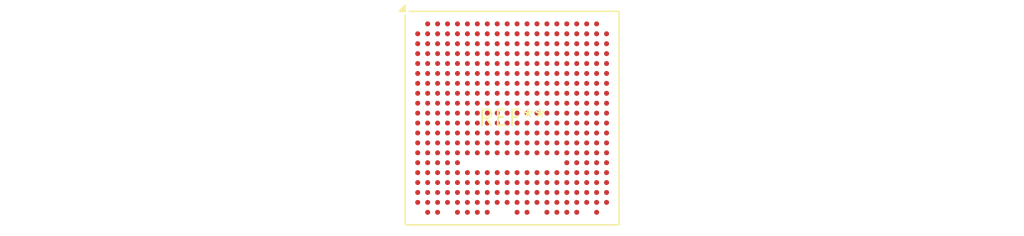
<source format=kicad_pcb>
(kicad_pcb (version 20240108) (generator pcbnew)
  (layers (0 "F.Cu" signal) (31 "B.Cu" signal) (34 "B.Paste" user) (35 "F.Paste" user) (36 "B.SilkS" user "B.Silkscreen") (37 "F.SilkS" user "F.Silkscreen") (38 "B.Mask" user) (39 "F.Mask" user) (44 "Edge.Cuts" user))
  (net 0 "")
  (footprint "Lattice_caBGA-381_17.0x17.0mm_Layout20x20_P0.8mm_Ball0.4mm_Pad0.4mm_NSMD" (layer "F.Cu") (at 0 0)
    (property "Reference" "REF**")
    (property "Value" "Lattice_caBGA-381_17.0x17.0mm_Layout20x20_P0.8mm_Ball0.4mm_Pad0.4mm_NSMD")
    (fp_line (start -8.61 8.61) (end -8.61 -8.29) (layer "F.SilkS") (stroke (width 0.12)))
    (fp_line (start 8.61 -8.61) (end -8.29 -8.61) (layer "F.SilkS") (stroke (width 0.12)))
    (fp_line (start 8.61 -8.61) (end 8.61 8.61) (layer "F.SilkS") (stroke (width 0.12)))
    (fp_line (start 8.61 8.61) (end -8.61 8.61) (layer "F.SilkS") (stroke (width 0.12)))
    (fp_poly (pts (xy -8.61 -8.61) (xy -9.11 -8.61) (xy -8.61 -9.11) (xy -8.61 -8.61)) (layer "F.SilkS") (stroke (width 0.12)) (fill solid))
    (pad "A2" smd circle (at -6.8 -7.6) (size 0.4 0.4) (property pad_prop_bga) (layers "F.Cu" "F.Paste" "F.Mask"))
    (pad "A3" smd circle (at -6 -7.6) (size 0.4 0.4) (property pad_prop_bga) (layers "F.Cu" "F.Paste" "F.Mask"))
    (pad "A4" smd circle (at -5.2 -7.6) (size 0.4 0.4) (property pad_prop_bga) (layers "F.Cu" "F.Paste" "F.Mask"))
    (pad "A5" smd circle (at -4.4 -7.6) (size 0.4 0.4) (property pad_prop_bga) (layers "F.Cu" "F.Paste" "F.Mask"))
    (pad "A6" smd circle (at -3.6 -7.6) (size 0.4 0.4) (property pad_prop_bga) (layers "F.Cu" "F.Paste" "F.Mask"))
    (pad "A7" smd circle (at -2.8 -7.6) (size 0.4 0.4) (property pad_prop_bga) (layers "F.Cu" "F.Paste" "F.Mask"))
    (pad "A8" smd circle (at -2 -7.6) (size 0.4 0.4) (property pad_prop_bga) (layers "F.Cu" "F.Paste" "F.Mask"))
    (pad "A9" smd circle (at -1.2 -7.6) (size 0.4 0.4) (property pad_prop_bga) (layers "F.Cu" "F.Paste" "F.Mask"))
    (pad "A10" smd circle (at -0.4 -7.6) (size 0.4 0.4) (property pad_prop_bga) (layers "F.Cu" "F.Paste" "F.Mask"))
    (pad "A11" smd circle (at 0.4 -7.6) (size 0.4 0.4) (property pad_prop_bga) (layers "F.Cu" "F.Paste" "F.Mask"))
    (pad "A12" smd circle (at 1.2 -7.6) (size 0.4 0.4) (property pad_prop_bga) (layers "F.Cu" "F.Paste" "F.Mask"))
    (pad "A13" smd circle (at 2 -7.6) (size 0.4 0.4) (property pad_prop_bga) (layers "F.Cu" "F.Paste" "F.Mask"))
    (pad "A14" smd circle (at 2.8 -7.6) (size 0.4 0.4) (property pad_prop_bga) (layers "F.Cu" "F.Paste" "F.Mask"))
    (pad "A15" smd circle (at 3.6 -7.6) (size 0.4 0.4) (property pad_prop_bga) (layers "F.Cu" "F.Paste" "F.Mask"))
    (pad "A16" smd circle (at 4.4 -7.6) (size 0.4 0.4) (property pad_prop_bga) (layers "F.Cu" "F.Paste" "F.Mask"))
    (pad "A17" smd circle (at 5.2 -7.6) (size 0.4 0.4) (property pad_prop_bga) (layers "F.Cu" "F.Paste" "F.Mask"))
    (pad "A18" smd circle (at 6 -7.6) (size 0.4 0.4) (property pad_prop_bga) (layers "F.Cu" "F.Paste" "F.Mask"))
    (pad "A19" smd circle (at 6.8 -7.6) (size 0.4 0.4) (property pad_prop_bga) (layers "F.Cu" "F.Paste" "F.Mask"))
    (pad "B1" smd circle (at -7.6 -6.8) (size 0.4 0.4) (property pad_prop_bga) (layers "F.Cu" "F.Paste" "F.Mask"))
    (pad "B2" smd circle (at -6.8 -6.8) (size 0.4 0.4) (property pad_prop_bga) (layers "F.Cu" "F.Paste" "F.Mask"))
    (pad "B3" smd circle (at -6 -6.8) (size 0.4 0.4) (property pad_prop_bga) (layers "F.Cu" "F.Paste" "F.Mask"))
    (pad "B4" smd circle (at -5.2 -6.8) (size 0.4 0.4) (property pad_prop_bga) (layers "F.Cu" "F.Paste" "F.Mask"))
    (pad "B5" smd circle (at -4.4 -6.8) (size 0.4 0.4) (property pad_prop_bga) (layers "F.Cu" "F.Paste" "F.Mask"))
    (pad "B6" smd circle (at -3.6 -6.8) (size 0.4 0.4) (property pad_prop_bga) (layers "F.Cu" "F.Paste" "F.Mask"))
    (pad "B7" smd circle (at -2.8 -6.8) (size 0.4 0.4) (property pad_prop_bga) (layers "F.Cu" "F.Paste" "F.Mask"))
    (pad "B8" smd circle (at -2 -6.8) (size 0.4 0.4) (property pad_prop_bga) (layers "F.Cu" "F.Paste" "F.Mask"))
    (pad "B9" smd circle (at -1.2 -6.8) (size 0.4 0.4) (property pad_prop_bga) (layers "F.Cu" "F.Paste" "F.Mask"))
    (pad "B10" smd circle (at -0.4 -6.8) (size 0.4 0.4) (property pad_prop_bga) (layers "F.Cu" "F.Paste" "F.Mask"))
    (pad "B11" smd circle (at 0.4 -6.8) (size 0.4 0.4) (property pad_prop_bga) (layers "F.Cu" "F.Paste" "F.Mask"))
    (pad "B12" smd circle (at 1.2 -6.8) (size 0.4 0.4) (property pad_prop_bga) (layers "F.Cu" "F.Paste" "F.Mask"))
    (pad "B13" smd circle (at 2 -6.8) (size 0.4 0.4) (property pad_prop_bga) (layers "F.Cu" "F.Paste" "F.Mask"))
    (pad "B14" smd circle (at 2.8 -6.8) (size 0.4 0.4) (property pad_prop_bga) (layers "F.Cu" "F.Paste" "F.Mask"))
    (pad "B15" smd circle (at 3.6 -6.8) (size 0.4 0.4) (property pad_prop_bga) (layers "F.Cu" "F.Paste" "F.Mask"))
    (pad "B16" smd circle (at 4.4 -6.8) (size 0.4 0.4) (property pad_prop_bga) (layers "F.Cu" "F.Paste" "F.Mask"))
    (pad "B17" smd circle (at 5.2 -6.8) (size 0.4 0.4) (property pad_prop_bga) (layers "F.Cu" "F.Paste" "F.Mask"))
    (pad "B18" smd circle (at 6 -6.8) (size 0.4 0.4) (property pad_prop_bga) (layers "F.Cu" "F.Paste" "F.Mask"))
    (pad "B19" smd circle (at 6.8 -6.8) (size 0.4 0.4) (property pad_prop_bga) (layers "F.Cu" "F.Paste" "F.Mask"))
    (pad "B20" smd circle (at 7.6 -6.8) (size 0.4 0.4) (property pad_prop_bga) (layers "F.Cu" "F.Paste" "F.Mask"))
    (pad "C1" smd circle (at -7.6 -6) (size 0.4 0.4) (property pad_prop_bga) (layers "F.Cu" "F.Paste" "F.Mask"))
    (pad "C2" smd circle (at -6.8 -6) (size 0.4 0.4) (property pad_prop_bga) (layers "F.Cu" "F.Paste" "F.Mask"))
    (pad "C3" smd circle (at -6 -6) (size 0.4 0.4) (property pad_prop_bga) (layers "F.Cu" "F.Paste" "F.Mask"))
    (pad "C4" smd circle (at -5.2 -6) (size 0.4 0.4) (property pad_prop_bga) (layers "F.Cu" "F.Paste" "F.Mask"))
    (pad "C5" smd circle (at -4.4 -6) (size 0.4 0.4) (property pad_prop_bga) (layers "F.Cu" "F.Paste" "F.Mask"))
    (pad "C6" smd circle (at -3.6 -6) (size 0.4 0.4) (property pad_prop_bga) (layers "F.Cu" "F.Paste" "F.Mask"))
    (pad "C7" smd circle (at -2.8 -6) (size 0.4 0.4) (property pad_prop_bga) (layers "F.Cu" "F.Paste" "F.Mask"))
    (pad "C8" smd circle (at -2 -6) (size 0.4 0.4) (property pad_prop_bga) (layers "F.Cu" "F.Paste" "F.Mask"))
    (pad "C9" smd circle (at -1.2 -6) (size 0.4 0.4) (property pad_prop_bga) (layers "F.Cu" "F.Paste" "F.Mask"))
    (pad "C10" smd circle (at -0.4 -6) (size 0.4 0.4) (property pad_prop_bga) (layers "F.Cu" "F.Paste" "F.Mask"))
    (pad "C11" smd circle (at 0.4 -6) (size 0.4 0.4) (property pad_prop_bga) (layers "F.Cu" "F.Paste" "F.Mask"))
    (pad "C12" smd circle (at 1.2 -6) (size 0.4 0.4) (property pad_prop_bga) (layers "F.Cu" "F.Paste" "F.Mask"))
    (pad "C13" smd circle (at 2 -6) (size 0.4 0.4) (property pad_prop_bga) (layers "F.Cu" "F.Paste" "F.Mask"))
    (pad "C14" smd circle (at 2.8 -6) (size 0.4 0.4) (property pad_prop_bga) (layers "F.Cu" "F.Paste" "F.Mask"))
    (pad "C15" smd circle (at 3.6 -6) (size 0.4 0.4) (property pad_prop_bga) (layers "F.Cu" "F.Paste" "F.Mask"))
    (pad "C16" smd circle (at 4.4 -6) (size 0.4 0.4) (property pad_prop_bga) (layers "F.Cu" "F.Paste" "F.Mask"))
    (pad "C17" smd circle (at 5.2 -6) (size 0.4 0.4) (property pad_prop_bga) (layers "F.Cu" "F.Paste" "F.Mask"))
    (pad "C18" smd circle (at 6 -6) (size 0.4 0.4) (property pad_prop_bga) (layers "F.Cu" "F.Paste" "F.Mask"))
    (pad "C19" smd circle (at 6.8 -6) (size 0.4 0.4) (property pad_prop_bga) (layers "F.Cu" "F.Paste" "F.Mask"))
    (pad "C20" smd circle (at 7.6 -6) (size 0.4 0.4) (property pad_prop_bga) (layers "F.Cu" "F.Paste" "F.Mask"))
    (pad "D1" smd circle (at -7.6 -5.2) (size 0.4 0.4) (property pad_prop_bga) (layers "F.Cu" "F.Paste" "F.Mask"))
    (pad "D2" smd circle (at -6.8 -5.2) (size 0.4 0.4) (property pad_prop_bga) (layers "F.Cu" "F.Paste" "F.Mask"))
    (pad "D3" smd circle (at -6 -5.2) (size 0.4 0.4) (property pad_prop_bga) (layers "F.Cu" "F.Paste" "F.Mask"))
    (pad "D4" smd circle (at -5.2 -5.2) (size 0.4 0.4) (property pad_prop_bga) (layers "F.Cu" "F.Paste" "F.Mask"))
    (pad "D5" smd circle (at -4.4 -5.2) (size 0.4 0.4) (property pad_prop_bga) (layers "F.Cu" "F.Paste" "F.Mask"))
    (pad "D6" smd circle (at -3.6 -5.2) (size 0.4 0.4) (property pad_prop_bga) (layers "F.Cu" "F.Paste" "F.Mask"))
    (pad "D7" smd circle (at -2.8 -5.2) (size 0.4 0.4) (property pad_prop_bga) (layers "F.Cu" "F.Paste" "F.Mask"))
    (pad "D8" smd circle (at -2 -5.2) (size 0.4 0.4) (property pad_prop_bga) (layers "F.Cu" "F.Paste" "F.Mask"))
    (pad "D9" smd circle (at -1.2 -5.2) (size 0.4 0.4) (property pad_prop_bga) (layers "F.Cu" "F.Paste" "F.Mask"))
    (pad "D10" smd circle (at -0.4 -5.2) (size 0.4 0.4) (property pad_prop_bga) (layers "F.Cu" "F.Paste" "F.Mask"))
    (pad "D11" smd circle (at 0.4 -5.2) (size 0.4 0.4) (property pad_prop_bga) (layers "F.Cu" "F.Paste" "F.Mask"))
    (pad "D12" smd circle (at 1.2 -5.2) (size 0.4 0.4) (property pad_prop_bga) (layers "F.Cu" "F.Paste" "F.Mask"))
    (pad "D13" smd circle (at 2 -5.2) (size 0.4 0.4) (property pad_prop_bga) (layers "F.Cu" "F.Paste" "F.Mask"))
    (pad "D14" smd circle (at 2.8 -5.2) (size 0.4 0.4) (property pad_prop_bga) (layers "F.Cu" "F.Paste" "F.Mask"))
    (pad "D15" smd circle (at 3.6 -5.2) (size 0.4 0.4) (property pad_prop_bga) (layers "F.Cu" "F.Paste" "F.Mask"))
    (pad "D16" smd circle (at 4.4 -5.2) (size 0.4 0.4) (property pad_prop_bga) (layers "F.Cu" "F.Paste" "F.Mask"))
    (pad "D17" smd circle (at 5.2 -5.2) (size 0.4 0.4) (property pad_prop_bga) (layers "F.Cu" "F.Paste" "F.Mask"))
    (pad "D18" smd circle (at 6 -5.2) (size 0.4 0.4) (property pad_prop_bga) (layers "F.Cu" "F.Paste" "F.Mask"))
    (pad "D19" smd circle (at 6.8 -5.2) (size 0.4 0.4) (property pad_prop_bga) (layers "F.Cu" "F.Paste" "F.Mask"))
    (pad "D20" smd circle (at 7.6 -5.2) (size 0.4 0.4) (property pad_prop_bga) (layers "F.Cu" "F.Paste" "F.Mask"))
    (pad "E1" smd circle (at -7.6 -4.4) (size 0.4 0.4) (property pad_prop_bga) (layers "F.Cu" "F.Paste" "F.Mask"))
    (pad "E2" smd circle (at -6.8 -4.4) (size 0.4 0.4) (property pad_prop_bga) (layers "F.Cu" "F.Paste" "F.Mask"))
    (pad "E3" smd circle (at -6 -4.4) (size 0.4 0.4) (property pad_prop_bga) (layers "F.Cu" "F.Paste" "F.Mask"))
    (pad "E4" smd circle (at -5.2 -4.4) (size 0.4 0.4) (property pad_prop_bga) (layers "F.Cu" "F.Paste" "F.Mask"))
    (pad "E5" smd circle (at -4.4 -4.4) (size 0.4 0.4) (property pad_prop_bga) (layers "F.Cu" "F.Paste" "F.Mask"))
    (pad "E6" smd circle (at -3.6 -4.4) (size 0.4 0.4) (property pad_prop_bga) (layers "F.Cu" "F.Paste" "F.Mask"))
    (pad "E7" smd circle (at -2.8 -4.4) (size 0.4 0.4) (property pad_prop_bga) (layers "F.Cu" "F.Paste" "F.Mask"))
    (pad "E8" smd circle (at -2 -4.4) (size 0.4 0.4) (property pad_prop_bga) (layers "F.Cu" "F.Paste" "F.Mask"))
    (pad "E9" smd circle (at -1.2 -4.4) (size 0.4 0.4) (property pad_prop_bga) (layers "F.Cu" "F.Paste" "F.Mask"))
    (pad "E10" smd circle (at -0.4 -4.4) (size 0.4 0.4) (property pad_prop_bga) (layers "F.Cu" "F.Paste" "F.Mask"))
    (pad "E11" smd circle (at 0.4 -4.4) (size 0.4 0.4) (property pad_prop_bga) (layers "F.Cu" "F.Paste" "F.Mask"))
    (pad "E12" smd circle (at 1.2 -4.4) (size 0.4 0.4) (property pad_prop_bga) (layers "F.Cu" "F.Paste" "F.Mask"))
    (pad "E13" smd circle (at 2 -4.4) (size 0.4 0.4) (property pad_prop_bga) (layers "F.Cu" "F.Paste" "F.Mask"))
    (pad "E14" smd circle (at 2.8 -4.4) (size 0.4 0.4) (property pad_prop_bga) (layers "F.Cu" "F.Paste" "F.Mask"))
    (pad "E15" smd circle (at 3.6 -4.4) (size 0.4 0.4) (property pad_prop_bga) (layers "F.Cu" "F.Paste" "F.Mask"))
    (pad "E16" smd circle (at 4.4 -4.4) (size 0.4 0.4) (property pad_prop_bga) (layers "F.Cu" "F.Paste" "F.Mask"))
    (pad "E17" smd circle (at 5.2 -4.4) (size 0.4 0.4) (property pad_prop_bga) (layers "F.Cu" "F.Paste" "F.Mask"))
    (pad "E18" smd circle (at 6 -4.4) (size 0.4 0.4) (property pad_prop_bga) (layers "F.Cu" "F.Paste" "F.Mask"))
    (pad "E19" smd circle (at 6.8 -4.4) (size 0.4 0.4) (property pad_prop_bga) (layers "F.Cu" "F.Paste" "F.Mask"))
    (pad "E20" smd circle (at 7.6 -4.4) (size 0.4 0.4) (property pad_prop_bga) (layers "F.Cu" "F.Paste" "F.Mask"))
    (pad "F1" smd circle (at -7.6 -3.6) (size 0.4 0.4) (property pad_prop_bga) (layers "F.Cu" "F.Paste" "F.Mask"))
    (pad "F2" smd circle (at -6.8 -3.6) (size 0.4 0.4) (property pad_prop_bga) (layers "F.Cu" "F.Paste" "F.Mask"))
    (pad "F3" smd circle (at -6 -3.6) (size 0.4 0.4) (property pad_prop_bga) (layers "F.Cu" "F.Paste" "F.Mask"))
    (pad "F4" smd circle (at -5.2 -3.6) (size 0.4 0.4) (property pad_prop_bga) (layers "F.Cu" "F.Paste" "F.Mask"))
    (pad "F5" smd circle (at -4.4 -3.6) (size 0.4 0.4) (property pad_prop_bga) (layers "F.Cu" "F.Paste" "F.Mask"))
    (pad "F6" smd circle (at -3.6 -3.6) (size 0.4 0.4) (property pad_prop_bga) (layers "F.Cu" "F.Paste" "F.Mask"))
    (pad "F7" smd circle (at -2.8 -3.6) (size 0.4 0.4) (property pad_prop_bga) (layers "F.Cu" "F.Paste" "F.Mask"))
    (pad "F8" smd circle (at -2 -3.6) (size 0.4 0.4) (property pad_prop_bga) (layers "F.Cu" "F.Paste" "F.Mask"))
    (pad "F9" smd circle (at -1.2 -3.6) (size 0.4 0.4) (property pad_prop_bga) (layers "F.Cu" "F.Paste" "F.Mask"))
    (pad "F10" smd circle (at -0.4 -3.6) (size 0.4 0.4) (property pad_prop_bga) (layers "F.Cu" "F.Paste" "F.Mask"))
    (pad "F11" smd circle (at 0.4 -3.6) (size 0.4 0.4) (property pad_prop_bga) (layers "F.Cu" "F.Paste" "F.Mask"))
    (pad "F12" smd circle (at 1.2 -3.6) (size 0.4 0.4) (property pad_prop_bga) (layers "F.Cu" "F.Paste" "F.Mask"))
    (pad "F13" smd circle (at 2 -3.6) (size 0.4 0.4) (property pad_prop_bga) (layers "F.Cu" "F.Paste" "F.Mask"))
    (pad "F14" smd circle (at 2.8 -3.6) (size 0.4 0.4) (property pad_prop_bga) (layers "F.Cu" "F.Paste" "F.Mask"))
    (pad "F15" smd circle (at 3.6 -3.6) (size 0.4 0.4) (property pad_prop_bga) (layers "F.Cu" "F.Paste" "F.Mask"))
    (pad "F16" smd circle (at 4.4 -3.6) (size 0.4 0.4) (property pad_prop_bga) (layers "F.Cu" "F.Paste" "F.Mask"))
    (pad "F17" smd circle (at 5.2 -3.6) (size 0.4 0.4) (property pad_prop_bga) (layers "F.Cu" "F.Paste" "F.Mask"))
    (pad "F18" smd circle (at 6 -3.6) (size 0.4 0.4) (property pad_prop_bga) (layers "F.Cu" "F.Paste" "F.Mask"))
    (pad "F19" smd circle (at 6.8 -3.6) (size 0.4 0.4) (property pad_prop_bga) (layers "F.Cu" "F.Paste" "F.Mask"))
    (pad "F20" smd circle (at 7.6 -3.6) (size 0.4 0.4) (property pad_prop_bga) (layers "F.Cu" "F.Paste" "F.Mask"))
    (pad "G1" smd circle (at -7.6 -2.8) (size 0.4 0.4) (property pad_prop_bga) (layers "F.Cu" "F.Paste" "F.Mask"))
    (pad "G2" smd circle (at -6.8 -2.8) (size 0.4 0.4) (property pad_prop_bga) (layers "F.Cu" "F.Paste" "F.Mask"))
    (pad "G3" smd circle (at -6 -2.8) (size 0.4 0.4) (property pad_prop_bga) (layers "F.Cu" "F.Paste" "F.Mask"))
    (pad "G4" smd circle (at -5.2 -2.8) (size 0.4 0.4) (property pad_prop_bga) (layers "F.Cu" "F.Paste" "F.Mask"))
    (pad "G5" smd circle (at -4.4 -2.8) (size 0.4 0.4) (property pad_prop_bga) (layers "F.Cu" "F.Paste" "F.Mask"))
    (pad "G6" smd circle (at -3.6 -2.8) (size 0.4 0.4) (property pad_prop_bga) (layers "F.Cu" "F.Paste" "F.Mask"))
    (pad "G7" smd circle (at -2.8 -2.8) (size 0.4 0.4) (property pad_prop_bga) (layers "F.Cu" "F.Paste" "F.Mask"))
    (pad "G8" smd circle (at -2 -2.8) (size 0.4 0.4) (property pad_prop_bga) (layers "F.Cu" "F.Paste" "F.Mask"))
    (pad "G9" smd circle (at -1.2 -2.8) (size 0.4 0.4) (property pad_prop_bga) (layers "F.Cu" "F.Paste" "F.Mask"))
    (pad "G10" smd circle (at -0.4 -2.8) (size 0.4 0.4) (property pad_prop_bga) (layers "F.Cu" "F.Paste" "F.Mask"))
    (pad "G11" smd circle (at 0.4 -2.8) (size 0.4 0.4) (property pad_prop_bga) (layers "F.Cu" "F.Paste" "F.Mask"))
    (pad "G12" smd circle (at 1.2 -2.8) (size 0.4 0.4) (property pad_prop_bga) (layers "F.Cu" "F.Paste" "F.Mask"))
    (pad "G13" smd circle (at 2 -2.8) (size 0.4 0.4) (property pad_prop_bga) (layers "F.Cu" "F.Paste" "F.Mask"))
    (pad "G14" smd circle (at 2.8 -2.8) (size 0.4 0.4) (property pad_prop_bga) (layers "F.Cu" "F.Paste" "F.Mask"))
    (pad "G15" smd circle (at 3.6 -2.8) (size 0.4 0.4) (property pad_prop_bga) (layers "F.Cu" "F.Paste" "F.Mask"))
    (pad "G16" smd circle (at 4.4 -2.8) (size 0.4 0.4) (property pad_prop_bga) (layers "F.Cu" "F.Paste" "F.Mask"))
    (pad "G17" smd circle (at 5.2 -2.8) (size 0.4 0.4) (property pad_prop_bga) (layers "F.Cu" "F.Paste" "F.Mask"))
    (pad "G18" smd circle (at 6 -2.8) (size 0.4 0.4) (property pad_prop_bga) (layers "F.Cu" "F.Paste" "F.Mask"))
    (pad "G19" smd circle (at 6.8 -2.8) (size 0.4 0.4) (property pad_prop_bga) (layers "F.Cu" "F.Paste" "F.Mask"))
    (pad "G20" smd circle (at 7.6 -2.8) (size 0.4 0.4) (property pad_prop_bga) (layers "F.Cu" "F.Paste" "F.Mask"))
    (pad "H1" smd circle (at -7.6 -2) (size 0.4 0.4) (property pad_prop_bga) (layers "F.Cu" "F.Paste" "F.Mask"))
    (pad "H2" smd circle (at -6.8 -2) (size 0.4 0.4) (property pad_prop_bga) (layers "F.Cu" "F.Paste" "F.Mask"))
    (pad "H3" smd circle (at -6 -2) (size 0.4 0.4) (property pad_prop_bga) (layers "F.Cu" "F.Paste" "F.Mask"))
    (pad "H4" smd circle (at -5.2 -2) (size 0.4 0.4) (property pad_prop_bga) (layers "F.Cu" "F.Paste" "F.Mask"))
    (pad "H5" smd circle (at -4.4 -2) (size 0.4 0.4) (property pad_prop_bga) (layers "F.Cu" "F.Paste" "F.Mask"))
    (pad "H6" smd circle (at -3.6 -2) (size 0.4 0.4) (property pad_prop_bga) (layers "F.Cu" "F.Paste" "F.Mask"))
    (pad "H7" smd circle (at -2.8 -2) (size 0.4 0.4) (property pad_prop_bga) (layers "F.Cu" "F.Paste" "F.Mask"))
    (pad "H8" smd circle (at -2 -2) (size 0.4 0.4) (property pad_prop_bga) (layers "F.Cu" "F.Paste" "F.Mask"))
    (pad "H9" smd circle (at -1.2 -2) (size 0.4 0.4) (property pad_prop_bga) (layers "F.Cu" "F.Paste" "F.Mask"))
    (pad "H10" smd circle (at -0.4 -2) (size 0.4 0.4) (property pad_prop_bga) (layers "F.Cu" "F.Paste" "F.Mask"))
    (pad "H11" smd circle (at 0.4 -2) (size 0.4 0.4) (property pad_prop_bga) (layers "F.Cu" "F.Paste" "F.Mask"))
    (pad "H12" smd circle (at 1.2 -2) (size 0.4 0.4) (property pad_prop_bga) (layers "F.Cu" "F.Paste" "F.Mask"))
    (pad "H13" smd circle (at 2 -2) (size 0.4 0.4) (property pad_prop_bga) (layers "F.Cu" "F.Paste" "F.Mask"))
    (pad "H14" smd circle (at 2.8 -2) (size 0.4 0.4) (property pad_prop_bga) (layers "F.Cu" "F.Paste" "F.Mask"))
    (pad "H15" smd circle (at 3.6 -2) (size 0.4 0.4) (property pad_prop_bga) (layers "F.Cu" "F.Paste" "F.Mask"))
    (pad "H16" smd circle (at 4.4 -2) (size 0.4 0.4) (property pad_prop_bga) (layers "F.Cu" "F.Paste" "F.Mask"))
    (pad "H17" smd circle (at 5.2 -2) (size 0.4 0.4) (property pad_prop_bga) (layers "F.Cu" "F.Paste" "F.Mask"))
    (pad "H18" smd circle (at 6 -2) (size 0.4 0.4) (property pad_prop_bga) (layers "F.Cu" "F.Paste" "F.Mask"))
    (pad "H19" smd circle (at 6.8 -2) (size 0.4 0.4) (property pad_prop_bga) (layers "F.Cu" "F.Paste" "F.Mask"))
    (pad "H20" smd circle (at 7.6 -2) (size 0.4 0.4) (property pad_prop_bga) (layers "F.Cu" "F.Paste" "F.Mask"))
    (pad "J1" smd circle (at -7.6 -1.2) (size 0.4 0.4) (property pad_prop_bga) (layers "F.Cu" "F.Paste" "F.Mask"))
    (pad "J2" smd circle (at -6.8 -1.2) (size 0.4 0.4) (property pad_prop_bga) (layers "F.Cu" "F.Paste" "F.Mask"))
    (pad "J3" smd circle (at -6 -1.2) (size 0.4 0.4) (property pad_prop_bga) (layers "F.Cu" "F.Paste" "F.Mask"))
    (pad "J4" smd circle (at -5.2 -1.2) (size 0.4 0.4) (property pad_prop_bga) (layers "F.Cu" "F.Paste" "F.Mask"))
    (pad "J5" smd circle (at -4.4 -1.2) (size 0.4 0.4) (property pad_prop_bga) (layers "F.Cu" "F.Paste" "F.Mask"))
    (pad "J6" smd circle (at -3.6 -1.2) (size 0.4 0.4) (property pad_prop_bga) (layers "F.Cu" "F.Paste" "F.Mask"))
    (pad "J7" smd circle (at -2.8 -1.2) (size 0.4 0.4) (property pad_prop_bga) (layers "F.Cu" "F.Paste" "F.Mask"))
    (pad "J8" smd circle (at -2 -1.2) (size 0.4 0.4) (property pad_prop_bga) (layers "F.Cu" "F.Paste" "F.Mask"))
    (pad "J9" smd circle (at -1.2 -1.2) (size 0.4 0.4) (property pad_prop_bga) (layers "F.Cu" "F.Paste" "F.Mask"))
    (pad "J10" smd circle (at -0.4 -1.2) (size 0.4 0.4) (property pad_prop_bga) (layers "F.Cu" "F.Paste" "F.Mask"))
    (pad "J11" smd circle (at 0.4 -1.2) (size 0.4 0.4) (property pad_prop_bga) (layers "F.Cu" "F.Paste" "F.Mask"))
    (pad "J12" smd circle (at 1.2 -1.2) (size 0.4 0.4) (property pad_prop_bga) (layers "F.Cu" "F.Paste" "F.Mask"))
    (pad "J13" smd circle (at 2 -1.2) (size 0.4 0.4) (property pad_prop_bga) (layers "F.Cu" "F.Paste" "F.Mask"))
    (pad "J14" smd circle (at 2.8 -1.2) (size 0.4 0.4) (property pad_prop_bga) (layers "F.Cu" "F.Paste" "F.Mask"))
    (pad "J15" smd circle (at 3.6 -1.2) (size 0.4 0.4) (property pad_prop_bga) (layers "F.Cu" "F.Paste" "F.Mask"))
    (pad "J16" smd circle (at 4.4 -1.2) (size 0.4 0.4) (property pad_prop_bga) (layers "F.Cu" "F.Paste" "F.Mask"))
    (pad "J17" smd circle (at 5.2 -1.2) (size 0.4 0.4) (property pad_prop_bga) (layers "F.Cu" "F.Paste" "F.Mask"))
    (pad "J18" smd circle (at 6 -1.2) (size 0.4 0.4) (property pad_prop_bga) (layers "F.Cu" "F.Paste" "F.Mask"))
    (pad "J19" smd circle (at 6.8 -1.2) (size 0.4 0.4) (property pad_prop_bga) (layers "F.Cu" "F.Paste" "F.Mask"))
    (pad "J20" smd circle (at 7.6 -1.2) (size 0.4 0.4) (property pad_prop_bga) (layers "F.Cu" "F.Paste" "F.Mask"))
    (pad "K1" smd circle (at -7.6 -0.4) (size 0.4 0.4) (property pad_prop_bga) (layers "F.Cu" "F.Paste" "F.Mask"))
    (pad "K2" smd circle (at -6.8 -0.4) (size 0.4 0.4) (property pad_prop_bga) (layers "F.Cu" "F.Paste" "F.Mask"))
    (pad "K3" smd circle (at -6 -0.4) (size 0.4 0.4) (property pad_prop_bga) (layers "F.Cu" "F.Paste" "F.Mask"))
    (pad "K4" smd circle (at -5.2 -0.4) (size 0.4 0.4) (property pad_prop_bga) (layers "F.Cu" "F.Paste" "F.Mask"))
    (pad "K5" smd circle (at -4.4 -0.4) (size 0.4 0.4) (property pad_prop_bga) (layers "F.Cu" "F.Paste" "F.Mask"))
    (pad "K6" smd circle (at -3.6 -0.4) (size 0.4 0.4) (property pad_prop_bga) (layers "F.Cu" "F.Paste" "F.Mask"))
    (pad "K7" smd circle (at -2.8 -0.4) (size 0.4 0.4) (property pad_prop_bga) (layers "F.Cu" "F.Paste" "F.Mask"))
    (pad "K8" smd circle (at -2 -0.4) (size 0.4 0.4) (property pad_prop_bga) (layers "F.Cu" "F.Paste" "F.Mask"))
    (pad "K9" smd circle (at -1.2 -0.4) (size 0.4 0.4) (property pad_prop_bga) (layers "F.Cu" "F.Paste" "F.Mask"))
    (pad "K10" smd circle (at -0.4 -0.4) (size 0.4 0.4) (property pad_prop_bga) (layers "F.Cu" "F.Paste" "F.Mask"))
    (pad "K11" smd circle (at 0.4 -0.4) (size 0.4 0.4) (property pad_prop_bga) (layers "F.Cu" "F.Paste" "F.Mask"))
    (pad "K12" smd circle (at 1.2 -0.4) (size 0.4 0.4) (property pad_prop_bga) (layers "F.Cu" "F.Paste" "F.Mask"))
    (pad "K13" smd circle (at 2 -0.4) (size 0.4 0.4) (property pad_prop_bga) (layers "F.Cu" "F.Paste" "F.Mask"))
    (pad "K14" smd circle (at 2.8 -0.4) (size 0.4 0.4) (property pad_prop_bga) (layers "F.Cu" "F.Paste" "F.Mask"))
    (pad "K15" smd circle (at 3.6 -0.4) (size 0.4 0.4) (property pad_prop_bga) (layers "F.Cu" "F.Paste" "F.Mask"))
    (pad "K16" smd circle (at 4.4 -0.4) (size 0.4 0.4) (property pad_prop_bga) (layers "F.Cu" "F.Paste" "F.Mask"))
    (pad "K17" smd circle (at 5.2 -0.4) (size 0.4 0.4) (property pad_prop_bga) (layers "F.Cu" "F.Paste" "F.Mask"))
    (pad "K18" smd circle (at 6 -0.4) (size 0.4 0.4) (property pad_prop_bga) (layers "F.Cu" "F.Paste" "F.Mask"))
    (pad "K19" smd circle (at 6.8 -0.4) (size 0.4 0.4) (property pad_prop_bga) (layers "F.Cu" "F.Paste" "F.Mask"))
    (pad "K20" smd circle (at 7.6 -0.4) (size 0.4 0.4) (property pad_prop_bga) (layers "F.Cu" "F.Paste" "F.Mask"))
    (pad "L1" smd circle (at -7.6 0.4) (size 0.4 0.4) (property pad_prop_bga) (layers "F.Cu" "F.Paste" "F.Mask"))
    (pad "L2" smd circle (at -6.8 0.4) (size 0.4 0.4) (property pad_prop_bga) (layers "F.Cu" "F.Paste" "F.Mask"))
    (pad "L3" smd circle (at -6 0.4) (size 0.4 0.4) (property pad_prop_bga) (layers "F.Cu" "F.Paste" "F.Mask"))
    (pad "L4" smd circle (at -5.2 0.4) (size 0.4 0.4) (property pad_prop_bga) (layers "F.Cu" "F.Paste" "F.Mask"))
    (pad "L5" smd circle (at -4.4 0.4) (size 0.4 0.4) (property pad_prop_bga) (layers "F.Cu" "F.Paste" "F.Mask"))
    (pad "L6" smd circle (at -3.6 0.4) (size 0.4 0.4) (property pad_prop_bga) (layers "F.Cu" "F.Paste" "F.Mask"))
    (pad "L7" smd circle (at -2.8 0.4) (size 0.4 0.4) (property pad_prop_bga) (layers "F.Cu" "F.Paste" "F.Mask"))
    (pad "L8" smd circle (at -2 0.4) (size 0.4 0.4) (property pad_prop_bga) (layers "F.Cu" "F.Paste" "F.Mask"))
    (pad "L9" smd circle (at -1.2 0.4) (size 0.4 0.4) (property pad_prop_bga) (layers "F.Cu" "F.Paste" "F.Mask"))
    (pad "L10" smd circle (at -0.4 0.4) (size 0.4 0.4) (property pad_prop_bga) (layers "F.Cu" "F.Paste" "F.Mask"))
    (pad "L11" smd circle (at 0.4 0.4) (size 0.4 0.4) (property pad_prop_bga) (layers "F.Cu" "F.Paste" "F.Mask"))
    (pad "L12" smd circle (at 1.2 0.4) (size 0.4 0.4) (property pad_prop_bga) (layers "F.Cu" "F.Paste" "F.Mask"))
    (pad "L13" smd circle (at 2 0.4) (size 0.4 0.4) (property pad_prop_bga) (layers "F.Cu" "F.Paste" "F.Mask"))
    (pad "L14" smd circle (at 2.8 0.4) (size 0.4 0.4) (property pad_prop_bga) (layers "F.Cu" "F.Paste" "F.Mask"))
    (pad "L15" smd circle (at 3.6 0.4) (size 0.4 0.4) (property pad_prop_bga) (layers "F.Cu" "F.Paste" "F.Mask"))
    (pad "L16" smd circle (at 4.4 0.4) (size 0.4 0.4) (property pad_prop_bga) (layers "F.Cu" "F.Paste" "F.Mask"))
    (pad "L17" smd circle (at 5.2 0.4) (size 0.4 0.4) (property pad_prop_bga) (layers "F.Cu" "F.Paste" "F.Mask"))
    (pad "L18" smd circle (at 6 0.4) (size 0.4 0.4) (property pad_prop_bga) (layers "F.Cu" "F.Paste" "F.Mask"))
    (pad "L19" smd circle (at 6.8 0.4) (size 0.4 0.4) (property pad_prop_bga) (layers "F.Cu" "F.Paste" "F.Mask"))
    (pad "L20" smd circle (at 7.6 0.4) (size 0.4 0.4) (property pad_prop_bga) (layers "F.Cu" "F.Paste" "F.Mask"))
    (pad "M1" smd circle (at -7.6 1.2) (size 0.4 0.4) (property pad_prop_bga) (layers "F.Cu" "F.Paste" "F.Mask"))
    (pad "M2" smd circle (at -6.8 1.2) (size 0.4 0.4) (property pad_prop_bga) (layers "F.Cu" "F.Paste" "F.Mask"))
    (pad "M3" smd circle (at -6 1.2) (size 0.4 0.4) (property pad_prop_bga) (layers "F.Cu" "F.Paste" "F.Mask"))
    (pad "M4" smd circle (at -5.2 1.2) (size 0.4 0.4) (property pad_prop_bga) (layers "F.Cu" "F.Paste" "F.Mask"))
    (pad "M5" smd circle (at -4.4 1.2) (size 0.4 0.4) (property pad_prop_bga) (layers "F.Cu" "F.Paste" "F.Mask"))
    (pad "M6" smd circle (at -3.6 1.2) (size 0.4 0.4) (property pad_prop_bga) (layers "F.Cu" "F.Paste" "F.Mask"))
    (pad "M7" smd circle (at -2.8 1.2) (size 0.4 0.4) (property pad_prop_bga) (layers "F.Cu" "F.Paste" "F.Mask"))
    (pad "M8" smd circle (at -2 1.2) (size 0.4 0.4) (property pad_prop_bga) (layers "F.Cu" "F.Paste" "F.Mask"))
    (pad "M9" smd circle (at -1.2 1.2) (size 0.4 0.4) (property pad_prop_bga) (layers "F.Cu" "F.Paste" "F.Mask"))
    (pad "M10" smd circle (at -0.4 1.2) (size 0.4 0.4) (property pad_prop_bga) (layers "F.Cu" "F.Paste" "F.Mask"))
    (pad "M11" smd circle (at 0.4 1.2) (size 0.4 0.4) (property pad_prop_bga) (layers "F.Cu" "F.Paste" "F.Mask"))
    (pad "M12" smd circle (at 1.2 1.2) (size 0.4 0.4) (property pad_prop_bga) (layers "F.Cu" "F.Paste" "F.Mask"))
    (pad "M13" smd circle (at 2 1.2) (size 0.4 0.4) (property pad_prop_bga) (layers "F.Cu" "F.Paste" "F.Mask"))
    (pad "M14" smd circle (at 2.8 1.2) (size 0.4 0.4) (property pad_prop_bga) (layers "F.Cu" "F.Paste" "F.Mask"))
    (pad "M15" smd circle (at 3.6 1.2) (size 0.4 0.4) (property pad_prop_bga) (layers "F.Cu" "F.Paste" "F.Mask"))
    (pad "M16" smd circle (at 4.4 1.2) (size 0.4 0.4) (property pad_prop_bga) (layers "F.Cu" "F.Paste" "F.Mask"))
    (pad "M17" smd circle (at 5.2 1.2) (size 0.4 0.4) (property pad_prop_bga) (layers "F.Cu" "F.Paste" "F.Mask"))
    (pad "M18" smd circle (at 6 1.2) (size 0.4 0.4) (property pad_prop_bga) (layers "F.Cu" "F.Paste" "F.Mask"))
    (pad "M19" smd circle (at 6.8 1.2) (size 0.4 0.4) (property pad_prop_bga) (layers "F.Cu" "F.Paste" "F.Mask"))
    (pad "M20" smd circle (at 7.6 1.2) (size 0.4 0.4) (property pad_prop_bga) (layers "F.Cu" "F.Paste" "F.Mask"))
    (pad "N1" smd circle (at -7.6 2) (size 0.4 0.4) (property pad_prop_bga) (layers "F.Cu" "F.Paste" "F.Mask"))
    (pad "N2" smd circle (at -6.8 2) (size 0.4 0.4) (property pad_prop_bga) (layers "F.Cu" "F.Paste" "F.Mask"))
    (pad "N3" smd circle (at -6 2) (size 0.4 0.4) (property pad_prop_bga) (layers "F.Cu" "F.Paste" "F.Mask"))
    (pad "N4" smd circle (at -5.2 2) (size 0.4 0.4) (property pad_prop_bga) (layers "F.Cu" "F.Paste" "F.Mask"))
    (pad "N5" smd circle (at -4.4 2) (size 0.4 0.4) (property pad_prop_bga) (layers "F.Cu" "F.Paste" "F.Mask"))
    (pad "N6" smd circle (at -3.6 2) (size 0.4 0.4) (property pad_prop_bga) (layers "F.Cu" "F.Paste" "F.Mask"))
    (pad "N7" smd circle (at -2.8 2) (size 0.4 0.4) (property pad_prop_bga) (layers "F.Cu" "F.Paste" "F.Mask"))
    (pad "N8" smd circle (at -2 2) (size 0.4 0.4) (property pad_prop_bga) (layers "F.Cu" "F.Paste" "F.Mask"))
    (pad "N9" smd circle (at -1.2 2) (size 0.4 0.4) (property pad_prop_bga) (layers "F.Cu" "F.Paste" "F.Mask"))
    (pad "N10" smd circle (at -0.4 2) (size 0.4 0.4) (property pad_prop_bga) (layers "F.Cu" "F.Paste" "F.Mask"))
    (pad "N11" smd circle (at 0.4 2) (size 0.4 0.4) (property pad_prop_bga) (layers "F.Cu" "F.Paste" "F.Mask"))
    (pad "N12" smd circle (at 1.2 2) (size 0.4 0.4) (property pad_prop_bga) (layers "F.Cu" "F.Paste" "F.Mask"))
    (pad "N13" smd circle (at 2 2) (size 0.4 0.4) (property pad_prop_bga) (layers "F.Cu" "F.Paste" "F.Mask"))
    (pad "N14" smd circle (at 2.8 2) (size 0.4 0.4) (property pad_prop_bga) (layers "F.Cu" "F.Paste" "F.Mask"))
    (pad "N15" smd circle (at 3.6 2) (size 0.4 0.4) (property pad_prop_bga) (layers "F.Cu" "F.Paste" "F.Mask"))
    (pad "N16" smd circle (at 4.4 2) (size 0.4 0.4) (property pad_prop_bga) (layers "F.Cu" "F.Paste" "F.Mask"))
    (pad "N17" smd circle (at 5.2 2) (size 0.4 0.4) (property pad_prop_bga) (layers "F.Cu" "F.Paste" "F.Mask"))
    (pad "N18" smd circle (at 6 2) (size 0.4 0.4) (property pad_prop_bga) (layers "F.Cu" "F.Paste" "F.Mask"))
    (pad "N19" smd circle (at 6.8 2) (size 0.4 0.4) (property pad_prop_bga) (layers "F.Cu" "F.Paste" "F.Mask"))
    (pad "N20" smd circle (at 7.6 2) (size 0.4 0.4) (property pad_prop_bga) (layers "F.Cu" "F.Paste" "F.Mask"))
    (pad "P1" smd circle (at -7.6 2.8) (size 0.4 0.4) (property pad_prop_bga) (layers "F.Cu" "F.Paste" "F.Mask"))
    (pad "P2" smd circle (at -6.8 2.8) (size 0.4 0.4) (property pad_prop_bga) (layers "F.Cu" "F.Paste" "F.Mask"))
    (pad "P3" smd circle (at -6 2.8) (size 0.4 0.4) (property pad_prop_bga) (layers "F.Cu" "F.Paste" "F.Mask"))
    (pad "P4" smd circle (at -5.2 2.8) (size 0.4 0.4) (property pad_prop_bga) (layers "F.Cu" "F.Paste" "F.Mask"))
    (pad "P5" smd circle (at -4.4 2.8) (size 0.4 0.4) (property pad_prop_bga) (layers "F.Cu" "F.Paste" "F.Mask"))
    (pad "P6" smd circle (at -3.6 2.8) (size 0.4 0.4) (property pad_prop_bga) (layers "F.Cu" "F.Paste" "F.Mask"))
    (pad "P7" smd circle (at -2.8 2.8) (size 0.4 0.4) (property pad_prop_bga) (layers "F.Cu" "F.Paste" "F.Mask"))
    (pad "P8" smd circle (at -2 2.8) (size 0.4 0.4) (property pad_prop_bga) (layers "F.Cu" "F.Paste" "F.Mask"))
    (pad "P9" smd circle (at -1.2 2.8) (size 0.4 0.4) (property pad_prop_bga) (layers "F.Cu" "F.Paste" "F.Mask"))
    (pad "P10" smd circle (at -0.4 2.8) (size 0.4 0.4) (property pad_prop_bga) (layers "F.Cu" "F.Paste" "F.Mask"))
    (pad "P11" smd circle (at 0.4 2.8) (size 0.4 0.4) (property pad_prop_bga) (layers "F.Cu" "F.Paste" "F.Mask"))
    (pad "P12" smd circle (at 1.2 2.8) (size 0.4 0.4) (property pad_prop_bga) (layers "F.Cu" "F.Paste" "F.Mask"))
    (pad "P13" smd circle (at 2 2.8) (size 0.4 0.4) (property pad_prop_bga) (layers "F.Cu" "F.Paste" "F.Mask"))
    (pad "P14" smd circle (at 2.8 2.8) (size 0.4 0.4) (property pad_prop_bga) (layers "F.Cu" "F.Paste" "F.Mask"))
    (pad "P15" smd circle (at 3.6 2.8) (size 0.4 0.4) (property pad_prop_bga) (layers "F.Cu" "F.Paste" "F.Mask"))
    (pad "P16" smd circle (at 4.4 2.8) (size 0.4 0.4) (property pad_prop_bga) (layers "F.Cu" "F.Paste" "F.Mask"))
    (pad "P17" smd circle (at 5.2 2.8) (size 0.4 0.4) (property pad_prop_bga) (layers "F.Cu" "F.Paste" "F.Mask"))
    (pad "P18" smd circle (at 6 2.8) (size 0.4 0.4) (property pad_prop_bga) (layers "F.Cu" "F.Paste" "F.Mask"))
    (pad "P19" smd circle (at 6.8 2.8) (size 0.4 0.4) (property pad_prop_bga) (layers "F.Cu" "F.Paste" "F.Mask"))
    (pad "P20" smd circle (at 7.6 2.8) (size 0.4 0.4) (property pad_prop_bga) (layers "F.Cu" "F.Paste" "F.Mask"))
    (pad "R1" smd circle (at -7.6 3.6) (size 0.4 0.4) (property pad_prop_bga) (layers "F.Cu" "F.Paste" "F.Mask"))
    (pad "R2" smd circle (at -6.8 3.6) (size 0.4 0.4) (property pad_prop_bga) (layers "F.Cu" "F.Paste" "F.Mask"))
    (pad "R3" smd circle (at -6 3.6) (size 0.4 0.4) (property pad_prop_bga) (layers "F.Cu" "F.Paste" "F.Mask"))
    (pad "R4" smd circle (at -5.2 3.6) (size 0.4 0.4) (property pad_prop_bga) (layers "F.Cu" "F.Paste" "F.Mask"))
    (pad "R5" smd circle (at -4.4 3.6) (size 0.4 0.4) (property pad_prop_bga) (layers "F.Cu" "F.Paste" "F.Mask"))
    (pad "R16" smd circle (at 4.4 3.6) (size 0.4 0.4) (property pad_prop_bga) (layers "F.Cu" "F.Paste" "F.Mask"))
    (pad "R17" smd circle (at 5.2 3.6) (size 0.4 0.4) (property pad_prop_bga) (layers "F.Cu" "F.Paste" "F.Mask"))
    (pad "R18" smd circle (at 6 3.6) (size 0.4 0.4) (property pad_prop_bga) (layers "F.Cu" "F.Paste" "F.Mask"))
    (pad "R19" smd circle (at 6.8 3.6) (size 0.4 0.4) (property pad_prop_bga) (layers "F.Cu" "F.Paste" "F.Mask"))
    (pad "R20" smd circle (at 7.6 3.6) (size 0.4 0.4) (property pad_prop_bga) (layers "F.Cu" "F.Paste" "F.Mask"))
    (pad "T1" smd circle (at -7.6 4.4) (size 0.4 0.4) (property pad_prop_bga) (layers "F.Cu" "F.Paste" "F.Mask"))
    (pad "T2" smd circle (at -6.8 4.4) (size 0.4 0.4) (property pad_prop_bga) (layers "F.Cu" "F.Paste" "F.Mask"))
    (pad "T3" smd circle (at -6 4.4) (size 0.4 0.4) (property pad_prop_bga) (layers "F.Cu" "F.Paste" "F.Mask"))
    (pad "T4" smd circle (at -5.2 4.4) (size 0.4 0.4) (property pad_prop_bga) (layers "F.Cu" "F.Paste" "F.Mask"))
    (pad "T5" smd circle (at -4.4 4.4) (size 0.4 0.4) (property pad_prop_bga) (layers "F.Cu" "F.Paste" "F.Mask"))
    (pad "T6" smd circle (at -3.6 4.4) (size 0.4 0.4) (property pad_prop_bga) (layers "F.Cu" "F.Paste" "F.Mask"))
    (pad "T7" smd circle (at -2.8 4.4) (size 0.4 0.4) (property pad_prop_bga) (layers "F.Cu" "F.Paste" "F.Mask"))
    (pad "T8" smd circle (at -2 4.4) (size 0.4 0.4) (property pad_prop_bga) (layers "F.Cu" "F.Paste" "F.Mask"))
    (pad "T9" smd circle (at -1.2 4.4) (size 0.4 0.4) (property pad_prop_bga) (layers "F.Cu" "F.Paste" "F.Mask"))
    (pad "T10" smd circle (at -0.4 4.4) (size 0.4 0.4) (property pad_prop_bga) (layers "F.Cu" "F.Paste" "F.Mask"))
    (pad "T11" smd circle (at 0.4 4.4) (size 0.4 0.4) (property pad_prop_bga) (layers "F.Cu" "F.Paste" "F.Mask"))
    (pad "T12" smd circle (at 1.2 4.4) (size 0.4 0.4) (property pad_prop_bga) (layers "F.Cu" "F.Paste" "F.Mask"))
    (pad "T13" smd circle (at 2 4.4) (size 0.4 0.4) (property pad_prop_bga) (layers "F.Cu" "F.Paste" "F.Mask"))
    (pad "T14" smd circle (at 2.8 4.4) (size 0.4 0.4) (property pad_prop_bga) (layers "F.Cu" "F.Paste" "F.Mask"))
    (pad "T15" smd circle (at 3.6 4.4) (size 0.4 0.4) (property pad_prop_bga) (layers "F.Cu" "F.Paste" "F.Mask"))
    (pad "T16" smd circle (at 4.4 4.4) (size 0.4 0.4) (property pad_prop_bga) (layers "F.Cu" "F.Paste" "F.Mask"))
    (pad "T17" smd circle (at 5.2 4.4) (size 0.4 0.4) (property pad_prop_bga) (layers "F.Cu" "F.Paste" "F.Mask"))
    (pad "T18" smd circle (at 6 4.4) (size 0.4 0.4) (property pad_prop_bga) (layers "F.Cu" "F.Paste" "F.Mask"))
    (pad "T19" smd circle (at 6.8 4.4) (size 0.4 0.4) (property pad_prop_bga) (layers "F.Cu" "F.Paste" "F.Mask"))
    (pad "T20" smd circle (at 7.6 4.4) (size 0.4 0.4) (property pad_prop_bga) (layers "F.Cu" "F.Paste" "F.Mask"))
    (pad "U1" smd circle (at -7.6 5.2) (size 0.4 0.4) (property pad_prop_bga) (layers "F.Cu" "F.Paste" "F.Mask"))
    (pad "U2" smd circle (at -6.8 5.2) (size 0.4 0.4) (property pad_prop_bga) (layers "F.Cu" "F.Paste" "F.Mask"))
    (pad "U3" smd circle (at -6 5.2) (size 0.4 0.4) (property pad_prop_bga) (layers "F.Cu" "F.Paste" "F.Mask"))
    (pad "U4" smd circle (at -5.2 5.2) (size 0.4 0.4) (property pad_prop_bga) (layers "F.Cu" "F.Paste" "F.Mask"))
    (pad "U5" smd circle (at -4.4 5.2) (size 0.4 0.4) (property pad_prop_bga) (layers "F.Cu" "F.Paste" "F.Mask"))
    (pad "U6" smd circle (at -3.6 5.2) (size 0.4 0.4) (property pad_prop_bga) (layers "F.Cu" "F.Paste" "F.Mask"))
    (pad "U7" smd circle (at -2.8 5.2) (size 0.4 0.4) (property pad_prop_bga) (layers "F.Cu" "F.Paste" "F.Mask"))
    (pad "U8" smd circle (at -2 5.2) (size 0.4 0.4) (property pad_prop_bga) (layers "F.Cu" "F.Paste" "F.Mask"))
    (pad "U9" smd circle (at -1.2 5.2) (size 0.4 0.4) (property pad_prop_bga) (layers "F.Cu" "F.Paste" "F.Mask"))
    (pad "U10" smd circle (at -0.4 5.2) (size 0.4 0.4) (property pad_prop_bga) (layers "F.Cu" "F.Paste" "F.Mask"))
    (pad "U11" smd circle (at 0.4 5.2) (size 0.4 0.4) (property pad_prop_bga) (layers "F.Cu" "F.Paste" "F.Mask"))
    (pad "U12" smd circle (at 1.2 5.2) (size 0.4 0.4) (property pad_prop_bga) (layers "F.Cu" "F.Paste" "F.Mask"))
    (pad "U13" smd circle (at 2 5.2) (size 0.4 0.4) (property pad_prop_bga) (layers "F.Cu" "F.Paste" "F.Mask"))
    (pad "U14" smd circle (at 2.8 5.2) (size 0.4 0.4) (property pad_prop_bga) (layers "F.Cu" "F.Paste" "F.Mask"))
    (pad "U15" smd circle (at 3.6 5.2) (size 0.4 0.4) (property pad_prop_bga) (layers "F.Cu" "F.Paste" "F.Mask"))
    (pad "U16" smd circle (at 4.4 5.2) (size 0.4 0.4) (property pad_prop_bga) (layers "F.Cu" "F.Paste" "F.Mask"))
    (pad "U17" smd circle (at 5.2 5.2) (size 0.4 0.4) (property pad_prop_bga) (layers "F.Cu" "F.Paste" "F.Mask"))
    (pad "U18" smd circle (at 6 5.2) (size 0.4 0.4) (property pad_prop_bga) (layers "F.Cu" "F.Paste" "F.Mask"))
    (pad "U19" smd circle (at 6.8 5.2) (size 0.4 0.4) (property pad_prop_bga) (layers "F.Cu" "F.Paste" "F.Mask"))
    (pad "U20" smd circle (at 7.6 5.2) (size 0.4 0.4) (property pad_prop_bga) (layers "F.Cu" "F.Paste" "F.Mask"))
    (pad "V1" smd circle (at -7.6 6) (size 0.4 0.4) (property pad_prop_bga) (layers "F.Cu" "F.Paste" "F.Mask"))
    (pad "V2" smd circle (at -6.8 6) (size 0.4 0.4) (property pad_prop_bga) (layers "F.Cu" "F.Paste" "F.Mask"))
    (pad "V3" smd circle (at -6 6) (size 0.4 0.4) (property pad_prop_bga) (layers "F.Cu" "F.Paste" "F.Mask"))
    (pad "V4" smd circle (at -5.2 6) (size 0.4 0.4) (property pad_prop_bga) (layers "F.Cu" "F.Paste" "F.Mask"))
    (pad "V5" smd circle (at -4.4 6) (size 0.4 0.4) (property pad_prop_bga) (layers "F.Cu" "F.Paste" "F.Mask"))
    (pad "V6" smd circle (at -3.6 6) (size 0.4 0.4) (property pad_prop_bga) (layers "F.Cu" "F.Paste" "F.Mask"))
    (pad "V7" smd circle (at -2.8 6) (size 0.4 0.4) (property pad_prop_bga) (layers "F.Cu" "F.Paste" "F.Mask"))
    (pad "V8" smd circle (at -2 6) (size 0.4 0.4) (property pad_prop_bga) (layers "F.Cu" "F.Paste" "F.Mask"))
    (pad "V9" smd circle (at -1.2 6) (size 0.4 0.4) (property pad_prop_bga) (layers "F.Cu" "F.Paste" "F.Mask"))
    (pad "V10" smd circle (at -0.4 6) (size 0.4 0.4) (property pad_prop_bga) (layers "F.Cu" "F.Paste" "F.Mask"))
    (pad "V11" smd circle (at 0.4 6) (size 0.4 0.4) (property pad_prop_bga) (layers "F.Cu" "F.Paste" "F.Mask"))
    (pad "V12" smd circle (at 1.2 6) (size 0.4 0.4) (property pad_prop_bga) (layers "F.Cu" "F.Paste" "F.Mask"))
    (pad "V13" smd circle (at 2 6) (size 0.4 0.4) (property pad_prop_bga) (layers "F.Cu" "F.Paste" "F.Mask"))
    (pad "V14" smd circle (at 2.8 6) (size 0.4 0.4) (property pad_prop_bga) (layers "F.Cu" "F.Paste" "F.Mask"))
    (pad "V15" smd circle (at 3.6 6) (size 0.4 0.4) (property pad_prop_bga) (layers "F.Cu" "F.Paste" "F.Mask"))
    (pad "V16" smd circle (at 4.4 6) (size 0.4 0.4) (property pad_prop_bga) (layers "F.Cu" "F.Paste" "F.Mask"))
    (pad "V17" smd circle (at 5.2 6) (size 0.4 0.4) (property pad_prop_bga) (layers "F.Cu" "F.Paste" "F.Mask"))
    (pad "V18" smd circle (at 6 6) (size 0.4 0.4) (property pad_prop_bga) (layers "F.Cu" "F.Paste" "F.Mask"))
    (pad "V19" smd circle (at 6.8 6) (size 0.4 0.4) (property pad_prop_bga) (layers "F.Cu" "F.Paste" "F.Mask"))
    (pad "V20" smd circle (at 7.6 6) (size 0.4 0.4) (property pad_prop_bga) (layers "F.Cu" "F.Paste" "F.Mask"))
    (pad "W1" smd circle (at -7.6 6.8) (size 0.4 0.4) (property pad_prop_bga) (layers "F.Cu" "F.Paste" "F.Mask"))
    (pad "W2" smd circle (at -6.8 6.8) (size 0.4 0.4) (property pad_prop_bga) (layers "F.Cu" "F.Paste" "F.Mask"))
    (pad "W3" smd circle (at -6 6.8) (size 0.4 0.4) (property pad_prop_bga) (layers "F.Cu" "F.Paste" "F.Mask"))
    (pad "W4" smd circle (at -5.2 6.8) (size 0.4 0.4) (property pad_prop_bga) (layers "F.Cu" "F.Paste" "F.Mask"))
    (pad "W5" smd circle (at -4.4 6.8) (size 0.4 0.4) (property pad_prop_bga) (layers "F.Cu" "F.Paste" "F.Mask"))
    (pad "W6" smd circle (at -3.6 6.8) (size 0.4 0.4) (property pad_prop_bga) (layers "F.Cu" "F.Paste" "F.Mask"))
    (pad "W7" smd circle (at -2.8 6.8) (size 0.4 0.4) (property pad_prop_bga) (layers "F.Cu" "F.Paste" "F.Mask"))
    (pad "W8" smd circle (at -2 6.8) (size 0.4 0.4) (property pad_prop_bga) (layers "F.Cu" "F.Paste" "F.Mask"))
    (pad "W9" smd circle (at -1.2 6.8) (size 0.4 0.4) (property pad_prop_bga) (layers "F.Cu" "F.Paste" "F.Mask"))
    (pad "W10" smd circle (at -0.4 6.8) (size 0.4 0.4) (property pad_prop_bga) (layers "F.Cu" "F.Paste" "F.Mask"))
    (pad "W11" smd circle (at 0.4 6.8) (size 0.4 0.4) (property pad_prop_bga) (layers "F.Cu" "F.Paste" "F.Mask"))
    (pad "W12" smd circle (at 1.2 6.8) (size 0.4 0.4) (property pad_prop_bga) (layers "F.Cu" "F.Paste" "F.Mask"))
    (pad "W13" smd circle (at 2 6.8) (size 0.4 0.4) (property pad_prop_bga) (layers "F.Cu" "F.Paste" "F.Mask"))
    (pad "W14" smd circle (at 2.8 6.8) (size 0.4 0.4) (property pad_prop_bga) (layers "F.Cu" "F.Paste" "F.Mask"))
    (pad "W15" smd circle (at 3.6 6.8) (size 0.4 0.4) (property pad_prop_bga) (layers "F.Cu" "F.Paste" "F.Mask"))
    (pad "W16" smd circle (at 4.4 6.8) (size 0.4 0.4) (property pad_prop_bga) (layers "F.Cu" "F.Paste" "F.Mask"))
    (pad "W17" smd circle (at 5.2 6.8) (size 0.4 0.4) (property pad_prop_bga) (layers "F.Cu" "F.Paste" "F.Mask"))
    (pad "W18" smd circle (at 6 6.8) (size 0.4 0.4) (property pad_prop_bga) (layers "F.Cu" "F.Paste" "F.Mask"))
    (pad "W19" smd circle (at 6.8 6.8) (size 0.4 0.4) (property pad_prop_bga) (layers "F.Cu" "F.Paste" "F.Mask"))
    (pad "W20" smd circle (at 7.6 6.8) (size 0.4 0.4) (property pad_prop_bga) (layers "F.Cu" "F.Paste" "F.Mask"))
    (pad "Y2" smd circle (at -6.8 7.6) (size 0.4 0.4) (property pad_prop_bga) (layers "F.Cu" "F.Paste" "F.Mask"))
    (pad "Y3" smd circle (at -6 7.6) (size 0.4 0.4) (property pad_prop_bga) (layers "F.Cu" "F.Paste" "F.Mask"))
    (pad "Y5" smd circle (at -4.4 7.6) (size 0.4 0.4) (property pad_prop_bga) (layers "F.Cu" "F.Paste" "F.Mask"))
    (pad "Y6" smd circle (at -3.6 7.6) (size 0.4 0.4) (property pad_prop_bga) (layers "F.Cu" "F.Paste" "F.Mask"))
    (pad "Y7" smd circle (at -2.8 7.6) (size 0.4 0.4) (property pad_prop_bga) (layers "F.Cu" "F.Paste" "F.Mask"))
    (pad "Y8" smd circle (at -2 7.6) (size 0.4 0.4) (property pad_prop_bga) (layers "F.Cu" "F.Paste" "F.Mask"))
    (pad "Y11" smd circle (at 0.4 7.6) (size 0.4 0.4) (property pad_prop_bga) (layers "F.Cu" "F.Paste" "F.Mask"))
    (pad "Y12" smd circle (at 1.2 7.6) (size 0.4 0.4) (property pad_prop_bga) (layers "F.Cu" "F.Paste" "F.Mask"))
    (pad "Y14" smd circle (at 2.8 7.6) (size 0.4 0.4) (property pad_prop_bga) (layers "F.Cu" "F.Paste" "F.Mask"))
    (pad "Y15" smd circle (at 3.6 7.6) (size 0.4 0.4) (property pad_prop_bga) (layers "F.Cu" "F.Paste" "F.Mask"))
    (pad "Y16" smd circle (at 4.4 7.6) (size 0.4 0.4) (property pad_prop_bga) (layers "F.Cu" "F.Paste" "F.Mask"))
    (pad "Y17" smd circle (at 5.2 7.6) (size 0.4 0.4) (property pad_prop_bga) (layers "F.Cu" "F.Paste" "F.Mask"))
    (pad "Y19" smd circle (at 6.8 7.6) (size 0.4 0.4) (property pad_prop_bga) (layers "F.Cu" "F.Paste" "F.Mask"))
  )
)
</source>
